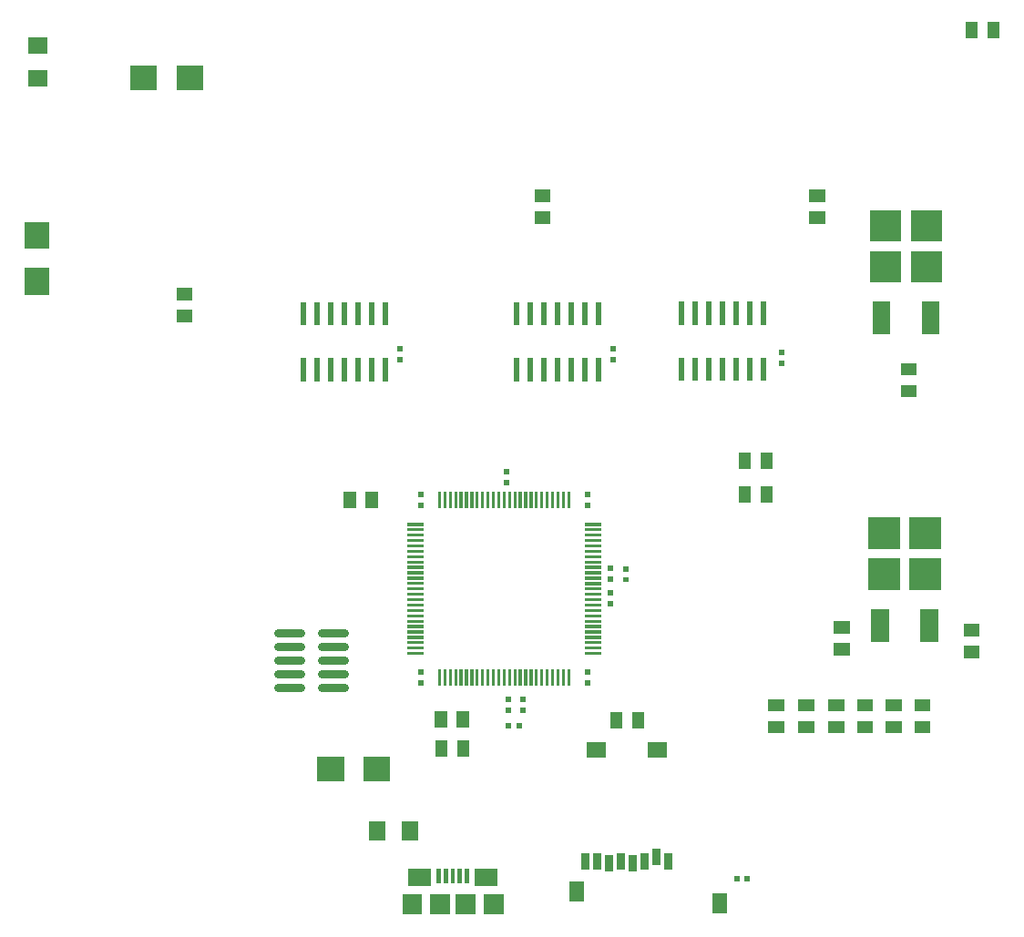
<source format=gtp>
G04 start of page 15 for group -4015 idx -4015 *
G04 Title: (unknown), toppaste *
G04 Creator: pcb 20110918 *
G04 CreationDate: Wed 09 Oct 2013 12:59:36 GMT UTC *
G04 For: michael *
G04 Format: Gerber/RS-274X *
G04 PCB-Dimensions: 386000 393500 *
G04 PCB-Coordinate-Origin: lower left *
%MOIN*%
%FSLAX25Y25*%
%LNTOPPASTE*%
%ADD168R,0.0906X0.0906*%
%ADD167C,0.0290*%
%ADD166R,0.0551X0.0551*%
%ADD165R,0.0315X0.0315*%
%ADD164R,0.0600X0.0600*%
%ADD163R,0.0709X0.0709*%
%ADD162R,0.0630X0.0630*%
%ADD161R,0.0158X0.0158*%
%ADD160R,0.0650X0.0650*%
%ADD159C,0.0001*%
%ADD158R,0.0110X0.0110*%
%ADD157R,0.0200X0.0200*%
%ADD156R,0.0450X0.0450*%
G54D156*X363500Y327200D02*Y325800D01*
X371500Y327200D02*Y325800D01*
G54D157*X149000Y226000D02*Y219500D01*
X144000Y226000D02*Y219500D01*
X139000Y226000D02*Y219500D01*
X134000Y226000D02*Y219500D01*
X129000Y226000D02*Y219500D01*
X124000Y226000D02*Y219500D01*
X119000Y226000D02*Y219500D01*
Y205500D02*Y199000D01*
X124000Y205500D02*Y199000D01*
X129000Y205500D02*Y199000D01*
X134000Y205500D02*Y199000D01*
X139000Y205500D02*Y199000D01*
X144000Y205500D02*Y199000D01*
X149000Y205500D02*Y199000D01*
G54D156*X288500Y157200D02*Y155800D01*
X280500Y157200D02*Y155800D01*
G54D157*X287500Y226250D02*Y219750D01*
X282500Y226250D02*Y219750D01*
X277500Y226250D02*Y219750D01*
X272500Y226250D02*Y219750D01*
X267500Y226250D02*Y219750D01*
X262500Y226250D02*Y219750D01*
X257500Y226250D02*Y219750D01*
Y205750D02*Y199250D01*
X262500Y205750D02*Y199250D01*
X267500Y205750D02*Y199250D01*
X272500Y205750D02*Y199250D01*
X277500Y205750D02*Y199250D01*
X282500Y205750D02*Y199250D01*
X287500Y205750D02*Y199250D01*
G54D156*X205800Y266000D02*X207200D01*
X205800Y258000D02*X207200D01*
G54D158*X157492Y145622D02*X162390D01*
X157492Y143654D02*X162390D01*
X157492Y141685D02*X162390D01*
X157492Y139717D02*X162390D01*
X157492Y137748D02*X162390D01*
X157492Y135780D02*X162390D01*
X157492Y133811D02*X162390D01*
X157492Y131843D02*X162390D01*
X157492Y129874D02*X162390D01*
X157492Y127906D02*X162390D01*
X157492Y125937D02*X162390D01*
X157492Y123969D02*X162390D01*
X157492Y122000D02*X162390D01*
X157492Y120032D02*X162390D01*
X157492Y118063D02*X162390D01*
X157492Y116095D02*X162390D01*
X157492Y114126D02*X162390D01*
X157492Y112158D02*X162390D01*
X157492Y110189D02*X162390D01*
X157492Y108221D02*X162390D01*
X157492Y106252D02*X162390D01*
X157492Y104284D02*X162390D01*
X157492Y102315D02*X162390D01*
X157492Y100347D02*X162390D01*
X157492Y98378D02*X162390D01*
X168878Y91890D02*Y86992D01*
X170846Y91890D02*Y86992D01*
X172815Y91890D02*Y86992D01*
X174783Y91890D02*Y86992D01*
X176752Y91890D02*Y86992D01*
X178720Y91890D02*Y86992D01*
X180689Y91890D02*Y86992D01*
X182657Y91890D02*Y86992D01*
X184626Y91890D02*Y86992D01*
X186594Y91890D02*Y86992D01*
X188563Y91890D02*Y86992D01*
X190531Y91890D02*Y86992D01*
X192500Y91890D02*Y86992D01*
X194468Y91890D02*Y86992D01*
X196437Y91890D02*Y86992D01*
X198405Y91890D02*Y86992D01*
X200374Y91890D02*Y86992D01*
X202342Y91890D02*Y86992D01*
X204311Y91890D02*Y86992D01*
X206279Y91890D02*Y86992D01*
X208248Y91890D02*Y86992D01*
X210216Y91890D02*Y86992D01*
X212185Y91890D02*Y86992D01*
X214153Y91890D02*Y86992D01*
X216122Y91890D02*Y86992D01*
X222610Y98378D02*X227508D01*
X222610Y100346D02*X227508D01*
X222610Y102315D02*X227508D01*
X222610Y104283D02*X227508D01*
X222610Y106252D02*X227508D01*
X222610Y108220D02*X227508D01*
X222610Y110189D02*X227508D01*
X222610Y112157D02*X227508D01*
X222610Y114126D02*X227508D01*
X222610Y116094D02*X227508D01*
X222610Y118063D02*X227508D01*
X222610Y120031D02*X227508D01*
X222610Y122000D02*X227508D01*
X222610Y123968D02*X227508D01*
X222610Y125937D02*X227508D01*
X222610Y127905D02*X227508D01*
X222610Y129874D02*X227508D01*
X222610Y131842D02*X227508D01*
X222610Y133811D02*X227508D01*
X222610Y135779D02*X227508D01*
X222610Y137748D02*X227508D01*
X222610Y139716D02*X227508D01*
X222610Y141685D02*X227508D01*
X222610Y143653D02*X227508D01*
X222610Y145622D02*X227508D01*
X216122Y157008D02*Y152110D01*
X214154Y157008D02*Y152110D01*
X212185Y157008D02*Y152110D01*
X210217Y157008D02*Y152110D01*
X208248Y157008D02*Y152110D01*
X206280Y157008D02*Y152110D01*
X204311Y157008D02*Y152110D01*
X202343Y157008D02*Y152110D01*
X200374Y157008D02*Y152110D01*
X198406Y157008D02*Y152110D01*
X196437Y157008D02*Y152110D01*
X194469Y157008D02*Y152110D01*
X192500Y157008D02*Y152110D01*
X190532Y157008D02*Y152110D01*
X188563Y157008D02*Y152110D01*
X186595Y157008D02*Y152110D01*
X184626Y157008D02*Y152110D01*
X182658Y157008D02*Y152110D01*
X180689Y157008D02*Y152110D01*
X178721Y157008D02*Y152110D01*
X176752Y157008D02*Y152110D01*
X174784Y157008D02*Y152110D01*
X172815Y157008D02*Y152110D01*
X170847Y157008D02*Y152110D01*
X168878Y157008D02*Y152110D01*
G54D159*G36*
X192516Y165922D02*Y163952D01*
X194484D01*
Y165922D01*
X192516D01*
G37*
G36*
Y161984D02*Y160016D01*
X194484D01*
Y161984D01*
X192516D01*
G37*
G36*
X161016Y153484D02*Y151516D01*
X162984D01*
Y153484D01*
X161016D01*
G37*
G36*
Y157422D02*Y155452D01*
X162984D01*
Y157422D01*
X161016D01*
G37*
G36*
X222016D02*Y155452D01*
X223984D01*
Y157422D01*
X222016D01*
G37*
G36*
Y153484D02*Y151516D01*
X223984D01*
Y153484D01*
X222016D01*
G37*
G36*
Y92484D02*Y90516D01*
X223984D01*
Y92484D01*
X222016D01*
G37*
G36*
Y88548D02*Y86578D01*
X223984D01*
Y88548D01*
X222016D01*
G37*
G36*
X153516Y210984D02*Y209016D01*
X155484D01*
Y210984D01*
X153516D01*
G37*
G36*
Y207048D02*Y205078D01*
X155484D01*
Y207048D01*
X153516D01*
G37*
G36*
X293016Y209422D02*Y207452D01*
X294984D01*
Y209422D01*
X293016D01*
G37*
G36*
Y205484D02*Y203516D01*
X294984D01*
Y205484D01*
X293016D01*
G37*
G36*
X161016Y92422D02*Y90452D01*
X162984D01*
Y92422D01*
X161016D01*
G37*
G36*
Y88484D02*Y86516D01*
X162984D01*
Y88484D01*
X161016D01*
G37*
G36*
X280516Y16984D02*Y15016D01*
X282484D01*
Y16984D01*
X280516D01*
G37*
G36*
X276578D02*Y15016D01*
X278548D01*
Y16984D01*
X276578D01*
G37*
G36*
X230516Y130421D02*Y128453D01*
X232484D01*
Y130421D01*
X230516D01*
G37*
G36*
Y126484D02*Y124516D01*
X232484D01*
Y126484D01*
X230516D01*
G37*
G36*
X196952Y72984D02*Y71016D01*
X198922D01*
Y72984D01*
X196952D01*
G37*
G36*
X193016D02*Y71016D01*
X194984D01*
Y72984D01*
X193016D01*
G37*
G36*
X236088Y130349D02*Y128380D01*
X238056D01*
Y130349D01*
X236088D01*
G37*
G36*
Y126412D02*Y124444D01*
X238056D01*
Y126412D01*
X236088D01*
G37*
G36*
X198516Y78484D02*Y76516D01*
X200484D01*
Y78484D01*
X198516D01*
G37*
G36*
Y82422D02*Y80452D01*
X200484D01*
Y82422D01*
X198516D01*
G37*
G36*
X230516Y117547D02*Y115579D01*
X232484D01*
Y117547D01*
X230516D01*
G37*
G36*
Y121484D02*Y119516D01*
X232484D01*
Y121484D01*
X230516D01*
G37*
G54D156*X339800Y194500D02*X341200D01*
X339800Y202500D02*X341200D01*
X74800Y230000D02*X76200D01*
X74800Y222000D02*X76200D01*
X306300Y266000D02*X307700D01*
X306300Y258000D02*X307700D01*
G54D159*G36*
X231516Y210984D02*Y209016D01*
X233484D01*
Y210984D01*
X231516D01*
G37*
G36*
Y207048D02*Y205078D01*
X233484D01*
Y207048D01*
X231516D01*
G37*
G54D157*X227000Y226000D02*Y219500D01*
X222000Y226000D02*Y219500D01*
X217000Y226000D02*Y219500D01*
X212000Y226000D02*Y219500D01*
X207000Y226000D02*Y219500D01*
X202000Y226000D02*Y219500D01*
X197000Y226000D02*Y219500D01*
Y205500D02*Y199000D01*
X202000Y205500D02*Y199000D01*
X207000Y205500D02*Y199000D01*
X212000Y205500D02*Y199000D01*
X217000Y205500D02*Y199000D01*
X222000Y205500D02*Y199000D01*
X227000Y205500D02*Y199000D01*
G54D156*X136000Y155200D02*Y153800D01*
X144000Y155200D02*Y153800D01*
X315300Y100000D02*X316700D01*
X315300Y108000D02*X316700D01*
G54D159*G36*
X340750Y148250D02*Y136750D01*
X352250D01*
Y148250D01*
X340750D01*
G37*
G36*
X325750D02*Y136750D01*
X337250D01*
Y148250D01*
X325750D01*
G37*
G36*
X340750Y133250D02*Y121750D01*
X352250D01*
Y133250D01*
X340750D01*
G37*
G36*
X325750D02*Y121750D01*
X337250D01*
Y133250D01*
X325750D01*
G37*
G54D160*X348000Y111500D02*Y106000D01*
X330000Y111500D02*Y106000D01*
G54D156*X169500Y64200D02*Y62800D01*
X177500Y64200D02*Y62800D01*
X169439Y74952D02*Y73552D01*
X177439Y74952D02*Y73552D01*
G54D161*X173725Y18902D02*Y15162D01*
X178843Y18902D02*Y15162D01*
X168607Y18902D02*Y15162D01*
X176284Y18902D02*Y15162D01*
X171166Y18902D02*Y15162D01*
G54D162*X160536Y16540D02*X162504D01*
X184945D02*X186914D01*
G54D163*X158764Y6697D02*Y6303D01*
G54D159*G36*
X165260Y10240D02*Y2760D01*
X172740D01*
Y10240D01*
X165260D01*
G37*
G36*
X174709D02*Y2760D01*
X182189D01*
Y10240D01*
X174709D01*
G37*
G54D163*X188685Y6697D02*Y6303D01*
G54D164*X158000Y34000D02*Y33000D01*
X146000Y34000D02*Y33000D01*
X21500Y321000D02*X22500D01*
X21500Y309000D02*X22500D01*
G54D156*X344800Y71500D02*X346200D01*
X344800Y79500D02*X346200D01*
X334300Y71500D02*X335700D01*
X334300Y79500D02*X335700D01*
X323800Y71500D02*X325200D01*
X323800Y79500D02*X325200D01*
X241500Y74700D02*Y73300D01*
X233500Y74700D02*Y73300D01*
X313300Y71500D02*X314700D01*
X313300Y79500D02*X314700D01*
X302300Y71500D02*X303700D01*
X302300Y79500D02*X303700D01*
X291300Y71500D02*X292700D01*
X291300Y79500D02*X292700D01*
X288500Y169700D02*Y168300D01*
X280500Y169700D02*Y168300D01*
G54D159*G36*
X193016Y78484D02*Y76516D01*
X194984D01*
Y78484D01*
X193016D01*
G37*
G36*
Y82422D02*Y80452D01*
X194984D01*
Y82422D01*
X193016D01*
G37*
G54D165*X252555Y23701D02*Y20945D01*
X248224Y25276D02*Y22520D01*
X243894Y23701D02*Y20945D01*
X239563Y22913D02*Y20157D01*
X235232Y23701D02*Y20945D01*
X230902Y22913D02*Y20157D01*
X226571Y23701D02*Y20945D01*
X222240Y23701D02*Y20945D01*
G54D166*X219091Y12283D02*Y10315D01*
X225390Y63071D02*X226965D01*
X247831D02*X249406D01*
X271453Y7953D02*Y5984D01*
G54D167*X125844Y85950D02*X133944D01*
X125844Y90950D02*X133944D01*
X125844Y95950D02*X133944D01*
X125844Y100950D02*X133944D01*
X125844Y105950D02*X133944D01*
X109844Y85950D02*X117944D01*
X109844Y90950D02*X117944D01*
X109844Y95950D02*X117944D01*
X109844Y100950D02*X117944D01*
X109844Y105950D02*X117944D01*
G54D156*X362800Y99000D02*X364200D01*
X362800Y107000D02*X364200D01*
G54D159*G36*
X341250Y260750D02*Y249250D01*
X352750D01*
Y260750D01*
X341250D01*
G37*
G36*
X326250D02*Y249250D01*
X337750D01*
Y260750D01*
X326250D01*
G37*
G36*
X341250Y245750D02*Y234250D01*
X352750D01*
Y245750D01*
X341250D01*
G37*
G36*
X326250D02*Y234250D01*
X337750D01*
Y245750D01*
X326250D01*
G37*
G54D160*X348500Y224000D02*Y218500D01*
X330500Y224000D02*Y218500D01*
G54D168*X128607Y56000D02*X129394D01*
X145536D02*X146323D01*
X77106Y309000D02*X77893D01*
X60177D02*X60964D01*
X21500Y234894D02*Y234107D01*
Y251823D02*Y251036D01*
M02*

</source>
